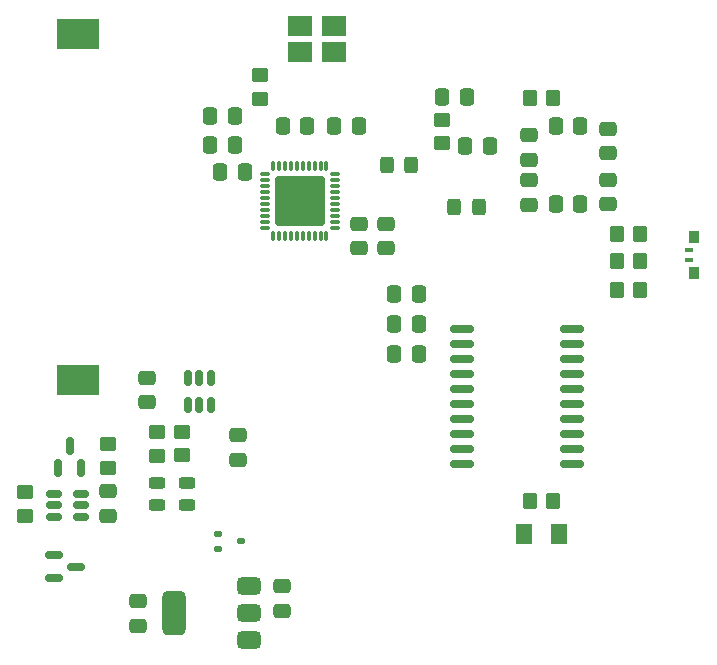
<source format=gbr>
%TF.GenerationSoftware,KiCad,Pcbnew,8.0.7*%
%TF.CreationDate,2025-05-01T01:05:46-07:00*%
%TF.ProjectId,salp_board,73616c70-5f62-46f6-9172-642e6b696361,rev?*%
%TF.SameCoordinates,Original*%
%TF.FileFunction,Paste,Top*%
%TF.FilePolarity,Positive*%
%FSLAX46Y46*%
G04 Gerber Fmt 4.6, Leading zero omitted, Abs format (unit mm)*
G04 Created by KiCad (PCBNEW 8.0.7) date 2025-05-01 01:05:46*
%MOMM*%
%LPD*%
G01*
G04 APERTURE LIST*
G04 Aperture macros list*
%AMRoundRect*
0 Rectangle with rounded corners*
0 $1 Rounding radius*
0 $2 $3 $4 $5 $6 $7 $8 $9 X,Y pos of 4 corners*
0 Add a 4 corners polygon primitive as box body*
4,1,4,$2,$3,$4,$5,$6,$7,$8,$9,$2,$3,0*
0 Add four circle primitives for the rounded corners*
1,1,$1+$1,$2,$3*
1,1,$1+$1,$4,$5*
1,1,$1+$1,$6,$7*
1,1,$1+$1,$8,$9*
0 Add four rect primitives between the rounded corners*
20,1,$1+$1,$2,$3,$4,$5,0*
20,1,$1+$1,$4,$5,$6,$7,0*
20,1,$1+$1,$6,$7,$8,$9,0*
20,1,$1+$1,$8,$9,$2,$3,0*%
G04 Aperture macros list end*
%ADD10RoundRect,0.250000X0.350000X0.450000X-0.350000X0.450000X-0.350000X-0.450000X0.350000X-0.450000X0*%
%ADD11RoundRect,0.375000X0.625000X0.375000X-0.625000X0.375000X-0.625000X-0.375000X0.625000X-0.375000X0*%
%ADD12RoundRect,0.500000X0.500000X1.400000X-0.500000X1.400000X-0.500000X-1.400000X0.500000X-1.400000X0*%
%ADD13RoundRect,0.250000X0.325000X0.450000X-0.325000X0.450000X-0.325000X-0.450000X0.325000X-0.450000X0*%
%ADD14RoundRect,0.250000X-0.337500X-0.475000X0.337500X-0.475000X0.337500X0.475000X-0.337500X0.475000X0*%
%ADD15RoundRect,0.250000X0.475000X-0.337500X0.475000X0.337500X-0.475000X0.337500X-0.475000X-0.337500X0*%
%ADD16RoundRect,0.250000X0.337500X0.475000X-0.337500X0.475000X-0.337500X-0.475000X0.337500X-0.475000X0*%
%ADD17RoundRect,0.243750X-0.456250X0.243750X-0.456250X-0.243750X0.456250X-0.243750X0.456250X0.243750X0*%
%ADD18RoundRect,0.150000X-0.512500X-0.150000X0.512500X-0.150000X0.512500X0.150000X-0.512500X0.150000X0*%
%ADD19RoundRect,0.112500X-0.237500X0.112500X-0.237500X-0.112500X0.237500X-0.112500X0.237500X0.112500X0*%
%ADD20RoundRect,0.250000X-0.450000X0.350000X-0.450000X-0.350000X0.450000X-0.350000X0.450000X0.350000X0*%
%ADD21R,3.600000X2.600000*%
%ADD22R,0.900000X1.000000*%
%ADD23R,0.800000X0.400000*%
%ADD24RoundRect,0.250000X0.450000X-0.350000X0.450000X0.350000X-0.450000X0.350000X-0.450000X-0.350000X0*%
%ADD25RoundRect,0.150000X0.150000X-0.587500X0.150000X0.587500X-0.150000X0.587500X-0.150000X-0.587500X0*%
%ADD26RoundRect,0.150000X-0.150000X0.512500X-0.150000X-0.512500X0.150000X-0.512500X0.150000X0.512500X0*%
%ADD27RoundRect,0.243750X0.456250X-0.243750X0.456250X0.243750X-0.456250X0.243750X-0.456250X-0.243750X0*%
%ADD28RoundRect,0.150000X-0.587500X-0.150000X0.587500X-0.150000X0.587500X0.150000X-0.587500X0.150000X0*%
%ADD29RoundRect,0.150000X-0.875000X-0.150000X0.875000X-0.150000X0.875000X0.150000X-0.875000X0.150000X0*%
%ADD30RoundRect,0.250001X-0.462499X-0.624999X0.462499X-0.624999X0.462499X0.624999X-0.462499X0.624999X0*%
%ADD31RoundRect,0.250000X-0.475000X0.337500X-0.475000X-0.337500X0.475000X-0.337500X0.475000X0.337500X0*%
%ADD32RoundRect,0.075000X0.325000X0.075000X-0.325000X0.075000X-0.325000X-0.075000X0.325000X-0.075000X0*%
%ADD33RoundRect,0.075000X0.075000X0.325000X-0.075000X0.325000X-0.075000X-0.325000X0.075000X-0.325000X0*%
%ADD34RoundRect,0.210000X1.890000X1.890000X-1.890000X1.890000X-1.890000X-1.890000X1.890000X-1.890000X0*%
%ADD35RoundRect,0.250000X-0.350000X-0.450000X0.350000X-0.450000X0.350000X0.450000X-0.350000X0.450000X0*%
%ADD36R,2.100000X1.725000*%
G04 APERTURE END LIST*
D10*
%TO.C,R8*%
X192262000Y-77978000D03*
X190262000Y-77978000D03*
%TD*%
D11*
%TO.C,U1*%
X159106000Y-112377000D03*
X159106000Y-110077000D03*
D12*
X152806000Y-110077000D03*
D11*
X159106000Y-107777000D03*
%TD*%
D10*
%TO.C,R7*%
X192262000Y-80264000D03*
X190262000Y-80264000D03*
%TD*%
D13*
%TO.C,L1*%
X178580000Y-75692000D03*
X176530000Y-75692000D03*
%TD*%
D14*
%TO.C,C10*%
X177462500Y-70500000D03*
X179537500Y-70500000D03*
%TD*%
D15*
%TO.C,C17*%
X150495000Y-92213000D03*
X150495000Y-90138000D03*
%TD*%
D16*
%TO.C,C16*%
X173503500Y-85598000D03*
X171428500Y-85598000D03*
%TD*%
D15*
%TO.C,C23*%
X147193000Y-101843500D03*
X147193000Y-99768500D03*
%TD*%
D16*
%TO.C,C9*%
X158800000Y-72700000D03*
X156725000Y-72700000D03*
%TD*%
D17*
%TO.C,D2*%
X153924000Y-99028000D03*
X153924000Y-100903000D03*
%TD*%
D15*
%TO.C,C20*%
X158242000Y-97071000D03*
X158242000Y-94996000D03*
%TD*%
D18*
%TO.C,U6*%
X142632000Y-100004500D03*
X142632000Y-100954500D03*
X142632000Y-101904500D03*
X144907000Y-101904500D03*
X144907000Y-100954500D03*
X144907000Y-100004500D03*
%TD*%
D19*
%TO.C,D4*%
X156500000Y-103350000D03*
X156500000Y-104650000D03*
X158500000Y-104000000D03*
%TD*%
D20*
%TO.C,R10*%
X160100000Y-64532000D03*
X160100000Y-66532000D03*
%TD*%
D16*
%TO.C,C7*%
X157937500Y-68000000D03*
X155862500Y-68000000D03*
%TD*%
D21*
%TO.C,BT1*%
X144653000Y-61042000D03*
X144653000Y-90342000D03*
%TD*%
D22*
%TO.C,D5*%
X196850000Y-78256000D03*
X196850000Y-81256000D03*
D23*
X196400000Y-80156000D03*
X196400000Y-79356000D03*
%TD*%
D24*
%TO.C,R5*%
X153500000Y-96710000D03*
X153500000Y-94710000D03*
%TD*%
D15*
%TO.C,C5*%
X182880000Y-75481000D03*
X182880000Y-73406000D03*
%TD*%
D16*
%TO.C,C8*%
X157940000Y-70440000D03*
X155865000Y-70440000D03*
%TD*%
D25*
%TO.C,Q1*%
X143007000Y-97779500D03*
X144907000Y-97779500D03*
X143957000Y-95904500D03*
%TD*%
D26*
%TO.C,U4*%
X155890000Y-90143500D03*
X154940000Y-90143500D03*
X153990000Y-90143500D03*
X153990000Y-92418500D03*
X154940000Y-92418500D03*
X155890000Y-92418500D03*
%TD*%
D16*
%TO.C,C3*%
X187175000Y-75400000D03*
X185100000Y-75400000D03*
%TD*%
D15*
%TO.C,C2*%
X189500000Y-69062500D03*
X189500000Y-71137500D03*
%TD*%
D27*
%TO.C,D3*%
X151384000Y-100903000D03*
X151384000Y-99028000D03*
%TD*%
D10*
%TO.C,R1*%
X184900000Y-66500000D03*
X182900000Y-66500000D03*
%TD*%
D28*
%TO.C,Q2*%
X142651000Y-105190000D03*
X142651000Y-107090000D03*
X144526000Y-106140000D03*
%TD*%
D24*
%TO.C,R4*%
X151384000Y-96742000D03*
X151384000Y-94742000D03*
%TD*%
D29*
%TO.C,U3*%
X177214000Y-85979000D03*
X177214000Y-87249000D03*
X177214000Y-88519000D03*
X177214000Y-89789000D03*
X177214000Y-91059000D03*
X177214000Y-92329000D03*
X177214000Y-93599000D03*
X177214000Y-94869000D03*
X177214000Y-96139000D03*
X177214000Y-97409000D03*
X186514000Y-97409000D03*
X186514000Y-96139000D03*
X186514000Y-94869000D03*
X186514000Y-93599000D03*
X186514000Y-92329000D03*
X186514000Y-91059000D03*
X186514000Y-89789000D03*
X186514000Y-88519000D03*
X186514000Y-87249000D03*
X186514000Y-85979000D03*
%TD*%
D30*
%TO.C,D1*%
X182408500Y-103378000D03*
X185383500Y-103378000D03*
%TD*%
D24*
%TO.C,R2*%
X175502000Y-70314000D03*
X175502000Y-68314000D03*
%TD*%
D13*
%TO.C,L2*%
X172900000Y-72100000D03*
X170850000Y-72100000D03*
%TD*%
D31*
%TO.C,C21*%
X161954000Y-107818000D03*
X161954000Y-109893000D03*
%TD*%
D15*
%TO.C,C6*%
X182880000Y-71700000D03*
X182880000Y-69625000D03*
%TD*%
D14*
%TO.C,C12*%
X166370000Y-68834000D03*
X168445000Y-68834000D03*
%TD*%
D31*
%TO.C,C22*%
X149762000Y-109056000D03*
X149762000Y-111131000D03*
%TD*%
D16*
%TO.C,C18*%
X173503500Y-83058000D03*
X171428500Y-83058000D03*
%TD*%
D32*
%TO.C,U2*%
X166399000Y-77434000D03*
X166399000Y-76934000D03*
X166399000Y-76434000D03*
X166399000Y-75934000D03*
X166399000Y-75434000D03*
X166399000Y-74934000D03*
X166399000Y-74434000D03*
X166399000Y-73934000D03*
X166399000Y-73434000D03*
X166399000Y-72934000D03*
D33*
X165699000Y-72234000D03*
X165199000Y-72234000D03*
X164699000Y-72234000D03*
X164199000Y-72234000D03*
X163699000Y-72234000D03*
X163199000Y-72234000D03*
X162699000Y-72234000D03*
X162199000Y-72234000D03*
X161699000Y-72234000D03*
X161199000Y-72234000D03*
D32*
X160499000Y-72934000D03*
X160499000Y-73434000D03*
X160499000Y-73934000D03*
X160499000Y-74434000D03*
X160499000Y-74934000D03*
X160499000Y-75434000D03*
X160499000Y-75934000D03*
X160499000Y-76434000D03*
X160499000Y-76934000D03*
X160499000Y-77434000D03*
D33*
X161199000Y-78134000D03*
X161699000Y-78134000D03*
X162199000Y-78134000D03*
X162699000Y-78134000D03*
X163199000Y-78134000D03*
X163699000Y-78134000D03*
X164199000Y-78134000D03*
X164699000Y-78134000D03*
X165199000Y-78134000D03*
X165699000Y-78134000D03*
D34*
X163449000Y-75184000D03*
%TD*%
D20*
%TO.C,R9*%
X140208000Y-99843500D03*
X140208000Y-101843500D03*
%TD*%
D16*
%TO.C,C13*%
X164084000Y-68834000D03*
X162009000Y-68834000D03*
%TD*%
D31*
%TO.C,C14*%
X168430000Y-77102500D03*
X168430000Y-79177500D03*
%TD*%
D10*
%TO.C,R6*%
X192262000Y-82677000D03*
X190262000Y-82677000D03*
%TD*%
D16*
%TO.C,C19*%
X173503500Y-88138000D03*
X171428500Y-88138000D03*
%TD*%
%TO.C,C11*%
X177575000Y-66400000D03*
X175500000Y-66400000D03*
%TD*%
D31*
%TO.C,C15*%
X170716000Y-77102500D03*
X170716000Y-79177500D03*
%TD*%
D35*
%TO.C,R3*%
X182896000Y-100584000D03*
X184896000Y-100584000D03*
%TD*%
D15*
%TO.C,C1*%
X189500000Y-75455500D03*
X189500000Y-73380500D03*
%TD*%
D16*
%TO.C,C4*%
X185100000Y-68800000D03*
X187175000Y-68800000D03*
%TD*%
D36*
%TO.C,Y2*%
X166370000Y-60380500D03*
X163470000Y-60380500D03*
X163470000Y-62555500D03*
X166370000Y-62555500D03*
%TD*%
D20*
%TO.C,R11*%
X147193000Y-95779500D03*
X147193000Y-97779500D03*
%TD*%
M02*

</source>
